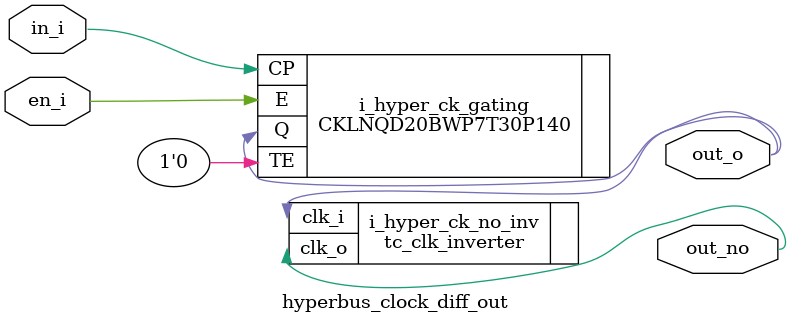
<source format=sv>

module hyperbus_clock_diff_out
(
    input  logic in_i,
    input  logic en_i, //high enable
    output logic out_o,
    output logic out_no
);

`ifdef SIM
    tc_clk_gating i_hyper_ck_gating (
        .clk_i     ( in_i  ),
        .en_i      ( en_i  ),
        .test_en_i ( 1'b0  ),
        .clk_o     ( out_o )
    );
`else
    CKLNQD20BWP7T30P140 i_hyper_ck_gating (
        .TE      ( 1'b0  ),
        .E       ( en_i  ),
        .CP      ( in_i  ),
        .Q       ( out_o )
    );
`endif

    tc_clk_inverter i_hyper_ck_no_inv (
        .clk_i ( out_o  ),
        .clk_o ( out_no )
    );

endmodule

</source>
